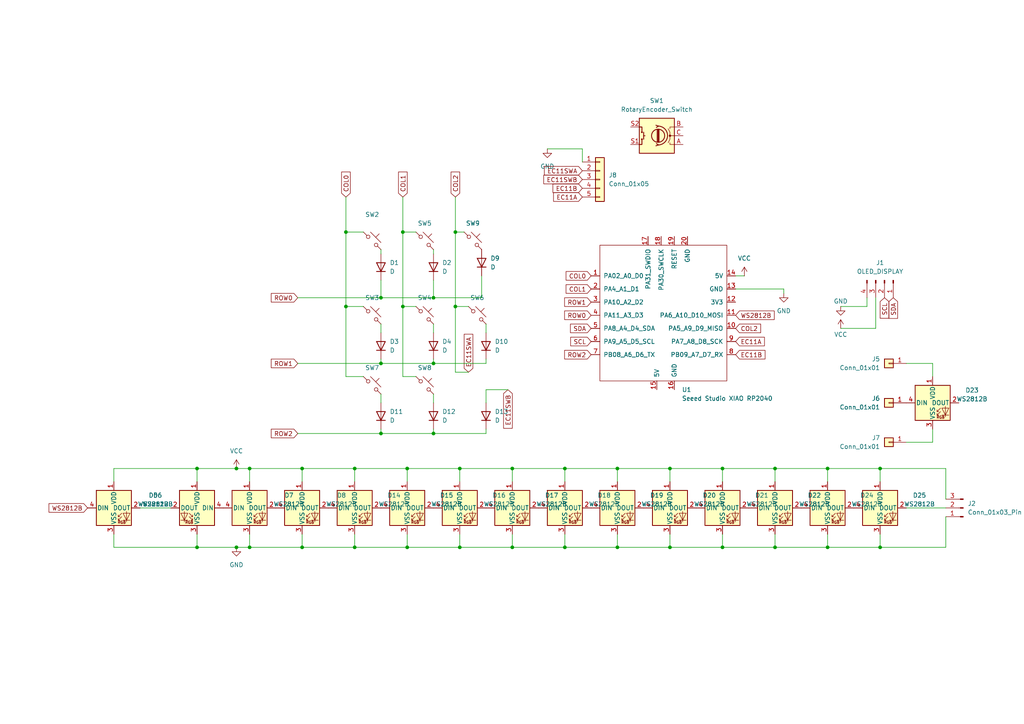
<source format=kicad_sch>
(kicad_sch (version 20231120) (generator "eeschema") (generator_version "8.0")
  (paper "A4")
  (lib_symbols
    (symbol "Connector:Conn_01x03_Pin" (pin_names (offset 1.016) hide)
      (property "Reference" "J" (at 0 5.08 0))
      (property "Value" "Conn_01x03_Pin" (at 0 -5.08 0))
      (symbol "Conn_01x03_Pin_1_1"
        (polyline (pts (xy 1.27 -2.54) (xy 0.8636 -2.54)) (stroke (width 0.1524)))
        (polyline (pts (xy 1.27 0) (xy 0.8636 0)) (stroke (width 0.1524)))
        (polyline (pts (xy 1.27 2.54) (xy 0.8636 2.54)) (stroke (width 0.1524)))
        (rectangle (start 0.8636 -2.413) (end 0 -2.667) (stroke (width 0.1524)) (fill (type outline)))
        (rectangle (start 0.8636 0.127) (end 0 -0.127) (stroke (width 0.1524)) (fill (type outline)))
        (rectangle (start 0.8636 2.667) (end 0 2.413) (stroke (width 0.1524)) (fill (type outline)))
        (pin passive line (at 5.08 2.54 180) (length 3.81) (name "Pin_1") (number "1"))
        (pin passive line (at 5.08 0 180) (length 3.81) (name "Pin_2") (number "2"))
        (pin passive line (at 5.08 -2.54 180) (length 3.81) (name "Pin_3") (number "3"))
      )
    )
    (symbol "Connector:Conn_01x04_Pin" (pin_names (offset 1.016) hide)
      (property "Reference" "J" (at 0 5.08 0))
      (property "Value" "Conn_01x04_Pin" (at 0 -7.62 0))
      (symbol "Conn_01x04_Pin_1_1"
        (polyline (pts (xy 1.27 -5.08) (xy 0.8636 -5.08)) (stroke (width 0.1524)))
        (polyline (pts (xy 1.27 -2.54) (xy 0.8636 -2.54)) (stroke (width 0.1524)))
        (polyline (pts (xy 1.27 0) (xy 0.8636 0)) (stroke (width 0.1524)))
        (polyline (pts (xy 1.27 2.54) (xy 0.8636 2.54)) (stroke (width 0.1524)))
        (rectangle (start 0.8636 -4.953) (end 0 -5.207) (stroke (width 0.1524)) (fill (type outline)))
        (rectangle (start 0.8636 -2.413) (end 0 -2.667) (stroke (width 0.1524)) (fill (type outline)))
        (rectangle (start 0.8636 0.127) (end 0 -0.127) (stroke (width 0.1524)) (fill (type outline)))
        (rectangle (start 0.8636 2.667) (end 0 2.413) (stroke (width 0.1524)) (fill (type outline)))
        (pin passive line (at 5.08 2.54 180) (length 3.81) (name "Pin_1") (number "1"))
        (pin passive line (at 5.08 0 180) (length 3.81) (name "Pin_2") (number "2"))
        (pin passive line (at 5.08 -2.54 180) (length 3.81) (name "Pin_3") (number "3"))
        (pin passive line (at 5.08 -5.08 180) (length 3.81) (name "Pin_4") (number "4"))
      )
    )
    (symbol "Connector_Generic:Conn_01x01" (pin_names (offset 1.016) hide)
      (property "Reference" "J" (at 0 2.54 0))
      (property "Value" "Conn_01x01" (at 0 -2.54 0))
      (symbol "Conn_01x01_1_1"
        (rectangle (start -1.27 0.127) (end 0 -0.127) (stroke (width 0.1524)))
        (rectangle (start -1.27 1.27) (end 1.27 -1.27) (stroke (width 0.254)) (fill (type background)))
        (pin passive line (at -5.08 0 0) (length 3.81) (name "Pin_1") (number "1"))
      )
    )
    (symbol "Connector_Generic:Conn_01x05" (pin_names (offset 1.016) hide)
      (property "Reference" "J" (at 0 7.62 0))
      (property "Value" "Conn_01x05" (at 0 -7.62 0))
      (symbol "Conn_01x05_1_1"
        (rectangle (start -1.27 -4.953) (end 0 -5.207) (stroke (width 0.1524)))
        (rectangle (start -1.27 -2.413) (end 0 -2.667) (stroke (width 0.1524)))
        (rectangle (start -1.27 0.127) (end 0 -0.127) (stroke (width 0.1524)))
        (rectangle (start -1.27 2.667) (end 0 2.413) (stroke (width 0.1524)))
        (rectangle (start -1.27 5.207) (end 0 4.953) (stroke (width 0.1524)))
        (rectangle (start -1.27 6.35) (end 1.27 -6.35) (stroke (width 0.254)) (fill (type background)))
        (pin passive line (at -5.08 5.08 0) (length 3.81) (name "Pin_1") (number "1"))
        (pin passive line (at -5.08 2.54 0) (length 3.81) (name "Pin_2") (number "2"))
        (pin passive line (at -5.08 0 0) (length 3.81) (name "Pin_3") (number "3"))
        (pin passive line (at -5.08 -2.54 0) (length 3.81) (name "Pin_4") (number "4"))
        (pin passive line (at -5.08 -5.08 0) (length 3.81) (name "Pin_5") (number "5"))
      )
    )
    (symbol "Device:D" (pin_numbers hide) (pin_names (offset 1.016) hide)
      (property "Reference" "D" (at 0 2.54 0))
      (property "Value" "D" (at 0 -2.54 0))
      (symbol "D_0_1"
        (polyline (pts (xy -1.27 1.27) (xy -1.27 -1.27)) (stroke (width 0.254)))
        (polyline (pts (xy 1.27 0) (xy -1.27 0)))
        (polyline (pts (xy 1.27 1.27) (xy 1.27 -1.27) (xy -1.27 0) (xy 1.27 1.27)) (stroke (width 0.254)))
      )
      (symbol "D_1_1"
        (pin passive line (at -3.81 0 0) (length 2.54) (name "K") (number "1"))
        (pin passive line (at 3.81 0 180) (length 2.54) (name "A") (number "2"))
      )
    )
    (symbol "Device:RotaryEncoder_Switch" (pin_names (offset 0.254) hide)
      (property "Reference" "SW" (at 0 6.604 0))
      (property "Value" "RotaryEncoder_Switch" (at 0 -6.604 0))
      (symbol "RotaryEncoder_Switch_0_1"
        (rectangle (start -5.08 5.08) (end 5.08 -5.08) (stroke (width 0.254)) (fill (type background)))
        (circle (center -3.81 0) (radius 0.254) (fill (type outline)))
        (circle (center -0.381 0) (radius 1.905) (stroke (width 0.254)))
        (arc (start -0.381 2.667) (mid -3.0988 -0.0635) (end -0.381 -2.794) (stroke (width 0.254)))
        (polyline (pts (xy -0.635 -1.778) (xy -0.635 1.778)) (stroke (width 0.254)))
        (polyline (pts (xy -0.381 -1.778) (xy -0.381 1.778)) (stroke (width 0.254)))
        (polyline (pts (xy -0.127 1.778) (xy -0.127 -1.778)) (stroke (width 0.254)))
        (polyline (pts (xy 3.81 0) (xy 3.429 0)) (stroke (width 0.254)))
        (polyline (pts (xy 3.81 1.016) (xy 3.81 -1.016)) (stroke (width 0.254)))
        (polyline (pts (xy -5.08 -2.54) (xy -3.81 -2.54) (xy -3.81 -2.032)))
        (polyline (pts (xy -5.08 2.54) (xy -3.81 2.54) (xy -3.81 2.032)))
        (polyline (pts (xy 0.254 -3.048) (xy -0.508 -2.794) (xy 0.127 -2.413)) (stroke (width 0.254)))
        (polyline (pts (xy 0.254 2.921) (xy -0.508 2.667) (xy 0.127 2.286)) (stroke (width 0.254)))
        (polyline (pts (xy 5.08 -2.54) (xy 4.318 -2.54) (xy 4.318 -1.016)) (stroke (width 0.254)))
        (polyline (pts (xy 5.08 2.54) (xy 4.318 2.54) (xy 4.318 1.016)) (stroke (width 0.254)))
        (polyline (pts (xy -5.08 0) (xy -3.81 0) (xy -3.81 -1.016) (xy -3.302 -2.032)))
        (polyline (pts (xy -4.318 0) (xy -3.81 0) (xy -3.81 1.016) (xy -3.302 2.032)))
        (circle (center 4.318 -1.016) (radius 0.127) (stroke (width 0.254)))
        (circle (center 4.318 1.016) (radius 0.127) (stroke (width 0.254)))
      )
      (symbol "RotaryEncoder_Switch_1_1"
        (pin passive line (at -7.62 2.54 0) (length 2.54) (name "A") (number "A"))
        (pin passive line (at -7.62 -2.54 0) (length 2.54) (name "B") (number "B"))
        (pin passive line (at -7.62 0 0) (length 2.54) (name "C") (number "C"))
        (pin passive line (at 7.62 2.54 180) (length 2.54) (name "S1") (number "S1"))
        (pin passive line (at 7.62 -2.54 180) (length 2.54) (name "S2") (number "S2"))
      )
    )
    (symbol "LED:WS2812B" (pin_names (offset 0.254))
      (property "Reference" "D" (at 5.08 5.715 0))
      (property "Value" "WS2812B" (at 1.27 -5.715 0))
      (symbol "WS2812B_0_0"
        (text "RGB" (at 2.286 -4.191 0) (effects (font (size 0.762 0.762))))
      )
      (symbol "WS2812B_0_1"
        (polyline (pts (xy 1.27 -3.556) (xy 1.778 -3.556)))
        (polyline (pts (xy 1.27 -2.54) (xy 1.778 -2.54)))
        (polyline (pts (xy 4.699 -3.556) (xy 2.667 -3.556)))
        (polyline (pts (xy 2.286 -2.54) (xy 1.27 -3.556) (xy 1.27 -3.048)))
        (polyline (pts (xy 2.286 -1.524) (xy 1.27 -2.54) (xy 1.27 -2.032)))
        (polyline (pts (xy 3.683 -1.016) (xy 3.683 -3.556) (xy 3.683 -4.064)))
        (polyline (pts (xy 4.699 -1.524) (xy 2.667 -1.524) (xy 3.683 -3.556) (xy 4.699 -1.524)))
        (rectangle (start 5.08 5.08) (end -5.08 -5.08) (stroke (width 0.254)) (fill (type background)))
      )
      (symbol "WS2812B_1_1"
        (pin power_in line (at 0 7.62 270) (length 2.54) (name "VDD") (number "1"))
        (pin output line (at 7.62 0 180) (length 2.54) (name "DOUT") (number "2"))
        (pin power_in line (at 0 -7.62 90) (length 2.54) (name "VSS") (number "3"))
        (pin input line (at -7.62 0 0) (length 2.54) (name "DIN") (number "4"))
      )
    )
    (symbol "Seeed_Studio_XIAO_Series:Seeed Studio XIAO SAMD21" (pin_names (offset 1.016))
      (property "Reference" "U" (at -19.05 22.86 0))
      (property "Value" "Seeed Studio XIAO SAMD21" (at -12.7 21.59 0))
      (symbol "Seeed Studio XIAO SAMD21_0_1"
        (rectangle (start -19.05 20.32) (end 17.78 -19.05))
      )
      (symbol "Seeed Studio XIAO SAMD21_1_1"
        (pin unspecified line (at -21.59 11.43 0) (length 2.54) (name "PA02_A0_D0") (number "1"))
        (pin unspecified line (at 20.32 -3.81 180) (length 2.54) (name "PA5_A9_D9_MISO") (number "10"))
        (pin unspecified line (at 20.32 0 180) (length 2.54) (name "PA6_A10_D10_MOSI") (number "11"))
        (pin unspecified line (at 20.32 3.81 180) (length 2.54) (name "3V3") (number "12"))
        (pin unspecified line (at 20.32 7.62 180) (length 2.54) (name "GND") (number "13"))
        (pin unspecified line (at 20.32 11.43 180) (length 2.54) (name "5V") (number "14"))
        (pin input line (at -2.54 -21.59 90) (length 2.54) (name "5V") (number "15"))
        (pin input line (at 2.54 -21.59 90) (length 2.54) (name "GND") (number "16"))
        (pin input line (at -5.08 22.86 270) (length 2.54) (name "PA31_SWDIO") (number "17"))
        (pin input line (at -1.27 22.86 270) (length 2.54) (name "PA30_SWCLK") (number "18"))
        (pin input line (at 2.54 22.86 270) (length 2.54) (name "RESET") (number "19"))
        (pin unspecified line (at -21.59 7.62 0) (length 2.54) (name "PA4_A1_D1") (number "2"))
        (pin input line (at 6.35 22.86 270) (length 2.54) (name "GND") (number "20"))
        (pin unspecified line (at -21.59 3.81 0) (length 2.54) (name "PA10_A2_D2") (number "3"))
        (pin unspecified line (at -21.59 0 0) (length 2.54) (name "PA11_A3_D3") (number "4"))
        (pin unspecified line (at -21.59 -3.81 0) (length 2.54) (name "PA8_A4_D4_SDA") (number "5"))
        (pin unspecified line (at -21.59 -7.62 0) (length 2.54) (name "PA9_A5_D5_SCL") (number "6"))
        (pin unspecified line (at -21.59 -11.43 0) (length 2.54) (name "PB08_A6_D6_TX") (number "7"))
        (pin unspecified line (at 20.32 -11.43 180) (length 2.54) (name "PB09_A7_D7_RX") (number "8"))
        (pin unspecified line (at 20.32 -7.62 180) (length 2.54) (name "PA7_A8_D8_SCK") (number "9"))
      )
    )
    (symbol "Switch:SW_Push_45deg" (pin_numbers hide) (pin_names (offset 1.016) hide)
      (property "Reference" "SW" (at 3.048 1.016 0))
      (property "Value" "SW_Push_45deg" (at 0 -3.81 0))
      (symbol "SW_Push_45deg_0_1"
        (circle (center -1.1684 1.1684) (radius 0.508))
        (polyline (pts (xy -0.508 2.54) (xy 2.54 -0.508)))
        (polyline (pts (xy 1.016 1.016) (xy 2.032 2.032)))
        (polyline (pts (xy -2.54 2.54) (xy -1.524 1.524) (xy -1.524 1.524)))
        (polyline (pts (xy 1.524 -1.524) (xy 2.54 -2.54) (xy 2.54 -2.54) (xy 2.54 -2.54)))
        (circle (center 1.143 -1.1938) (radius 0.508))
        (pin passive line (at -2.54 2.54 0) (length 0) (name "1") (number "1"))
        (pin passive line (at 2.54 -2.54 180) (length 0) (name "2") (number "2"))
      )
    )
    (symbol "power:GND" (power) (pin_numbers hide) (pin_names (offset 0) hide)
      (property "Value" "GND" (at 0 -3.81 0))
      (symbol "GND_0_1"
        (polyline (pts (xy 0 0) (xy 0 -1.27) (xy 1.27 -1.27) (xy 0 -2.54) (xy -1.27 -1.27) (xy 0 -1.27)))
      )
      (symbol "GND_1_1"
        (pin power_in line (at 0 0 270) (length 0) (name "~") (number "1"))
      )
    )
    (symbol "power:VCC" (power) (pin_numbers hide) (pin_names (offset 0) hide)
      (property "Value" "VCC" (at 0 3.556 0))
      (symbol "VCC_0_1"
        (polyline (pts (xy -0.762 1.27) (xy 0 2.54)))
        (polyline (pts (xy 0 0) (xy 0 2.54)))
        (polyline (pts (xy 0 2.54) (xy 0.762 1.27)))
      )
      (symbol "VCC_1_1"
        (pin power_in line (at 0 0 90) (length 0) (name "~") (number "1"))
      )
    )
  )
  (junction (at 209.55 135.89))
  (junction (at 179.07 135.89))
  (junction (at 224.79 135.89))
  (junction (at 102.87 158.75))
  (junction (at 110.49 86.36))
  (junction (at 224.79 158.75))
  (junction (at 255.27 135.89))
  (junction (at 148.59 135.89))
  (junction (at 240.03 158.75))
  (junction (at 110.49 105.41))
  (junction (at 132.08 67.31))
  (junction (at 194.31 158.75))
  (junction (at 179.07 158.75))
  (junction (at 100.33 88.9))
  (junction (at 163.83 158.75))
  (junction (at 125.73 86.36))
  (junction (at 102.87 135.89))
  (junction (at 110.49 125.73))
  (junction (at 133.35 135.89))
  (junction (at 57.15 135.89))
  (junction (at 72.39 158.75))
  (junction (at 133.35 158.75))
  (junction (at 116.84 88.9))
  (junction (at 116.84 67.31))
  (junction (at 68.58 135.89))
  (junction (at 100.33 67.31))
  (junction (at 72.39 135.89))
  (junction (at 87.63 158.75))
  (junction (at 118.11 135.89))
  (junction (at 194.31 135.89))
  (junction (at 68.58 158.75))
  (junction (at 209.55 158.75))
  (junction (at 255.27 158.75))
  (junction (at 125.73 105.41))
  (junction (at 87.63 135.89))
  (junction (at 125.73 125.73))
  (junction (at 240.03 135.89))
  (junction (at 132.08 88.9))
  (junction (at 163.83 135.89))
  (junction (at 118.11 158.75))
  (junction (at 57.15 158.75))
  (junction (at 148.59 158.75))
  (wire (pts (xy 274.32 149.86) (xy 274.32 158.75)))
  (wire (pts (xy 243.84 95.25) (xy 254 95.25)))
  (wire (pts (xy 68.58 158.75) (xy 72.39 158.75)))
  (wire (pts (xy 57.15 154.94) (xy 57.15 158.75)))
  (wire (pts (xy 125.73 93.98) (xy 125.73 96.52)))
  (wire (pts (xy 163.83 135.89) (xy 163.83 139.7)))
  (wire (pts (xy 262.89 147.32) (xy 274.32 147.32)))
  (wire (pts (xy 251.46 88.9) (xy 251.46 86.36)))
  (wire (pts (xy 110.49 86.36) (xy 125.73 86.36)))
  (wire (pts (xy 194.31 135.89) (xy 209.55 135.89)))
  (wire (pts (xy 270.51 105.41) (xy 270.51 109.22)))
  (wire (pts (xy 194.31 158.75) (xy 209.55 158.75)))
  (wire (pts (xy 163.83 154.94) (xy 163.83 158.75)))
  (wire (pts (xy 100.33 67.31) (xy 100.33 88.9)))
  (wire (pts (xy 110.49 105.41) (xy 125.73 105.41)))
  (wire (pts (xy 102.87 158.75) (xy 118.11 158.75)))
  (wire (pts (xy 270.51 128.27) (xy 270.51 124.46)))
  (wire (pts (xy 110.49 104.14) (xy 110.49 105.41)))
  (wire (pts (xy 57.15 158.75) (xy 68.58 158.75)))
  (wire (pts (xy 118.11 154.94) (xy 118.11 158.75)))
  (wire (pts (xy 209.55 135.89) (xy 224.79 135.89)))
  (wire (pts (xy 33.02 135.89) (xy 33.02 139.7)))
  (wire (pts (xy 133.35 154.94) (xy 133.35 158.75)))
  (wire (pts (xy 240.03 135.89) (xy 255.27 135.89)))
  (wire (pts (xy 243.84 88.9) (xy 251.46 88.9)))
  (wire (pts (xy 254 95.25) (xy 254 86.36)))
  (wire (pts (xy 163.83 135.89) (xy 179.07 135.89)))
  (wire (pts (xy 240.03 158.75) (xy 255.27 158.75)))
  (wire (pts (xy 87.63 158.75) (xy 102.87 158.75)))
  (wire (pts (xy 100.33 109.22) (xy 105.41 109.22)))
  (wire (pts (xy 158.75 43.18) (xy 168.91 43.18)))
  (wire (pts (xy 110.49 81.28) (xy 110.49 86.36)))
  (wire (pts (xy 118.11 158.75) (xy 133.35 158.75)))
  (wire (pts (xy 224.79 154.94) (xy 224.79 158.75)))
  (wire (pts (xy 118.11 135.89) (xy 133.35 135.89)))
  (wire (pts (xy 72.39 154.94) (xy 72.39 158.75)))
  (wire (pts (xy 139.7 86.36) (xy 125.73 86.36)))
  (wire (pts (xy 139.7 80.01) (xy 139.7 86.36)))
  (wire (pts (xy 163.83 158.75) (xy 179.07 158.75)))
  (wire (pts (xy 87.63 154.94) (xy 87.63 158.75)))
  (wire (pts (xy 87.63 135.89) (xy 87.63 139.7)))
  (wire (pts (xy 132.08 57.15) (xy 132.08 67.31)))
  (wire (pts (xy 125.73 125.73) (xy 140.97 125.73)))
  (wire (pts (xy 110.49 73.66) (xy 110.49 72.39)))
  (wire (pts (xy 33.02 158.75) (xy 33.02 154.94)))
  (wire (pts (xy 209.55 154.94) (xy 209.55 158.75)))
  (wire (pts (xy 224.79 158.75) (xy 240.03 158.75)))
  (wire (pts (xy 116.84 109.22) (xy 120.65 109.22)))
  (wire (pts (xy 132.08 88.9) (xy 135.89 88.9)))
  (wire (pts (xy 140.97 113.03) (xy 140.97 116.84)))
  (wire (pts (xy 132.08 67.31) (xy 134.62 67.31)))
  (wire (pts (xy 262.89 105.41) (xy 270.51 105.41)))
  (wire (pts (xy 179.07 158.75) (xy 194.31 158.75)))
  (wire (pts (xy 209.55 135.89) (xy 209.55 139.7)))
  (wire (pts (xy 116.84 67.31) (xy 120.65 67.31)))
  (wire (pts (xy 125.73 125.73) (xy 125.73 124.46)))
  (wire (pts (xy 100.33 88.9) (xy 100.33 109.22)))
  (wire (pts (xy 116.84 67.31) (xy 116.84 57.15)))
  (wire (pts (xy 116.84 88.9) (xy 120.65 88.9)))
  (wire (pts (xy 255.27 154.94) (xy 255.27 158.75)))
  (wire (pts (xy 116.84 67.31) (xy 116.84 88.9)))
  (wire (pts (xy 110.49 125.73) (xy 125.73 125.73)))
  (wire (pts (xy 133.35 135.89) (xy 133.35 139.7)))
  (wire (pts (xy 132.08 67.31) (xy 132.08 88.9)))
  (wire (pts (xy 68.58 135.89) (xy 72.39 135.89)))
  (wire (pts (xy 240.03 135.89) (xy 240.03 139.7)))
  (wire (pts (xy 132.08 107.95) (xy 135.89 107.95)))
  (wire (pts (xy 102.87 135.89) (xy 102.87 139.7)))
  (wire (pts (xy 240.03 154.94) (xy 240.03 158.75)))
  (wire (pts (xy 194.31 154.94) (xy 194.31 158.75)))
  (wire (pts (xy 262.89 128.27) (xy 270.51 128.27)))
  (wire (pts (xy 125.73 114.3) (xy 125.73 116.84)))
  (wire (pts (xy 57.15 135.89) (xy 68.58 135.89)))
  (wire (pts (xy 140.97 93.98) (xy 140.97 96.52)))
  (wire (pts (xy 168.91 43.18) (xy 168.91 46.99)))
  (wire (pts (xy 213.36 80.01) (xy 215.9 80.01)))
  (wire (pts (xy 148.59 158.75) (xy 163.83 158.75)))
  (wire (pts (xy 86.36 105.41) (xy 110.49 105.41)))
  (wire (pts (xy 140.97 125.73) (xy 140.97 124.46)))
  (wire (pts (xy 148.59 135.89) (xy 148.59 139.7)))
  (wire (pts (xy 87.63 135.89) (xy 102.87 135.89)))
  (wire (pts (xy 125.73 105.41) (xy 125.73 104.14)))
  (wire (pts (xy 72.39 158.75) (xy 87.63 158.75)))
  (wire (pts (xy 132.08 88.9) (xy 132.08 107.95)))
  (wire (pts (xy 179.07 135.89) (xy 179.07 139.7)))
  (wire (pts (xy 100.33 57.15) (xy 100.33 67.31)))
  (wire (pts (xy 86.36 86.36) (xy 110.49 86.36)))
  (wire (pts (xy 133.35 158.75) (xy 148.59 158.75)))
  (wire (pts (xy 133.35 135.89) (xy 148.59 135.89)))
  (wire (pts (xy 33.02 135.89) (xy 57.15 135.89)))
  (wire (pts (xy 140.97 105.41) (xy 140.97 104.14)))
  (wire (pts (xy 125.73 81.28) (xy 125.73 86.36)))
  (wire (pts (xy 224.79 135.89) (xy 224.79 139.7)))
  (wire (pts (xy 110.49 116.84) (xy 110.49 114.3)))
  (wire (pts (xy 100.33 88.9) (xy 105.41 88.9)))
  (wire (pts (xy 110.49 124.46) (xy 110.49 125.73)))
  (wire (pts (xy 102.87 135.89) (xy 118.11 135.89)))
  (wire (pts (xy 86.36 125.73) (xy 110.49 125.73)))
  (wire (pts (xy 179.07 154.94) (xy 179.07 158.75)))
  (wire (pts (xy 118.11 135.89) (xy 118.11 139.7)))
  (wire (pts (xy 227.33 85.09) (xy 227.33 83.82)))
  (wire (pts (xy 209.55 158.75) (xy 224.79 158.75)))
  (wire (pts (xy 72.39 135.89) (xy 72.39 139.7)))
  (wire (pts (xy 255.27 158.75) (xy 274.32 158.75)))
  (wire (pts (xy 224.79 135.89) (xy 240.03 135.89)))
  (wire (pts (xy 72.39 135.89) (xy 87.63 135.89)))
  (wire (pts (xy 57.15 135.89) (xy 57.15 139.7)))
  (wire (pts (xy 33.02 158.75) (xy 57.15 158.75)))
  (wire (pts (xy 194.31 135.89) (xy 194.31 139.7)))
  (wire (pts (xy 255.27 135.89) (xy 255.27 139.7)))
  (wire (pts (xy 102.87 154.94) (xy 102.87 158.75)))
  (wire (pts (xy 110.49 96.52) (xy 110.49 93.98)))
  (wire (pts (xy 179.07 135.89) (xy 194.31 135.89)))
  (wire (pts (xy 274.32 135.89) (xy 274.32 144.78)))
  (wire (pts (xy 40.64 147.32) (xy 49.53 147.32)))
  (wire (pts (xy 148.59 135.89) (xy 163.83 135.89)))
  (wire (pts (xy 148.59 154.94) (xy 148.59 158.75)))
  (wire (pts (xy 140.97 113.03) (xy 147.32 113.03)))
  (wire (pts (xy 100.33 67.31) (xy 105.41 67.31)))
  (wire (pts (xy 255.27 135.89) (xy 274.32 135.89)))
  (wire (pts (xy 125.73 105.41) (xy 140.97 105.41)))
  (wire (pts (xy 227.33 83.82) (xy 213.36 83.82)))
  (wire (pts (xy 125.73 72.39) (xy 125.73 73.66)))
  (wire (pts (xy 116.84 88.9) (xy 116.84 109.22)))
  (global_label "SDA" (shape input) (at 171.45 95.25 180) (property "Intersheetrefs" "${INTERSHEET_REFS}" (effects (hide yes))))
  (global_label "ROW2" (shape input) (at 171.45 102.87 180) (property "Intersheetrefs" "${INTERSHEET_REFS}" (effects (hide yes))))
  (global_label "EC11SWB" (shape input) (at 147.32 113.03 270) (property "Intersheetrefs" "${INTERSHEET_REFS}" (effects (hide yes))))
  (global_label "EC11A" (shape input) (at 213.36 99.06 0) (property "Intersheetrefs" "${INTERSHEET_REFS}" (effects (hide yes))))
  (global_label "SCL" (shape input) (at 171.45 99.06 180) (property "Intersheetrefs" "${INTERSHEET_REFS}" (effects (hide yes))))
  (global_label "ROW0" (shape input) (at 171.45 91.44 180) (property "Intersheetrefs" "${INTERSHEET_REFS}" (effects (hide yes))))
  (global_label "EC11SWA" (shape input) (at 168.91 49.53 180) (property "Intersheetrefs" "${INTERSHEET_REFS}" (effects (hide yes))))
  (global_label "WS2812B" (shape input) (at 213.36 91.44 0) (property "Intersheetrefs" "${INTERSHEET_REFS}" (effects (hide yes))))
  (global_label "ROW1" (shape input) (at 171.45 87.63 180) (property "Intersheetrefs" "${INTERSHEET_REFS}" (effects (hide yes))))
  (global_label "ROW2" (shape input) (at 86.36 125.73 180) (property "Intersheetrefs" "${INTERSHEET_REFS}" (effects (hide yes))))
  (global_label "ROW1" (shape input) (at 86.36 105.41 180) (property "Intersheetrefs" "${INTERSHEET_REFS}" (effects (hide yes))))
  (global_label "ROW0" (shape input) (at 86.36 86.36 180) (property "Intersheetrefs" "${INTERSHEET_REFS}" (effects (hide yes))))
  (global_label "SCL" (shape input) (at 256.54 86.36 270) (property "Intersheetrefs" "${INTERSHEET_REFS}" (effects (hide yes))))
  (global_label "WS2812B" (shape input) (at 25.4 147.32 180) (property "Intersheetrefs" "${INTERSHEET_REFS}" (effects (hide yes))))
  (global_label "EC11A" (shape input) (at 168.91 57.15 180) (property "Intersheetrefs" "${INTERSHEET_REFS}" (effects (hide yes))))
  (global_label "COL1" (shape input) (at 171.45 83.82 180) (property "Intersheetrefs" "${INTERSHEET_REFS}" (effects (hide yes))))
  (global_label "COL1" (shape input) (at 116.84 57.15 90) (property "Intersheetrefs" "${INTERSHEET_REFS}" (effects (hide yes))))
  (global_label "EC11SWB" (shape input) (at 168.91 52.07 180) (property "Intersheetrefs" "${INTERSHEET_REFS}" (effects (hide yes))))
  (global_label "COL2" (shape input) (at 132.08 57.15 90) (property "Intersheetrefs" "${INTERSHEET_REFS}" (effects (hide yes))))
  (global_label "COL0" (shape input) (at 171.45 80.01 180) (property "Intersheetrefs" "${INTERSHEET_REFS}" (effects (hide yes))))
  (global_label "SDA" (shape input) (at 259.08 86.36 270) (property "Intersheetrefs" "${INTERSHEET_REFS}" (effects (hide yes))))
  (global_label "EC11SWA" (shape input) (at 135.89 107.95 90) (property "Intersheetrefs" "${INTERSHEET_REFS}" (effects (hide yes))))
  (global_label "EC11B" (shape input) (at 213.36 102.87 0) (property "Intersheetrefs" "${INTERSHEET_REFS}" (effects (hide yes))))
  (global_label "COL0" (shape input) (at 100.33 57.15 90) (property "Intersheetrefs" "${INTERSHEET_REFS}" (effects (hide yes))))
  (global_label "COL2" (shape input) (at 213.36 95.25 0) (property "Intersheetrefs" "${INTERSHEET_REFS}" (effects (hide yes))))
  (global_label "EC11B" (shape input) (at 168.91 54.61 180) (property "Intersheetrefs" "${INTERSHEET_REFS}" (effects (hide yes))))
  (symbol (lib_id "Device:D") (at 125.73 77.47 90) (unit 1)
    (property "Reference" "D2" (at 128.27 76.1999 90) (effects (justify right)))
    (property "Value" "D" (at 128.27 78.7399 90) (effects (justify right)))
    (property "Footprint" "Diode_THT:D_DO-35_SOD27_P7.62mm_Horizontal" (effects (hide yes)))
    (property "Description" "Diode" (effects (hide yes)))
    (property "Sim.Device" "D" (effects (hide yes)))
    (property "Sim.Pins" "1=K 2=A" (effects (hide yes)))
  )
  (symbol (lib_id "LED:WS2812B") (at 240.03 147.32 0) (unit 1)
    (property "Reference" "D24" (at 251.46 143.672 0))
    (property "Value" "WS2812B" (at 251.46 146.212 0))
    (property "Footprint" "assets:LED_SK6812MINI_3D" (effects (hide yes)))
    (property "Datasheet" "https://cdn-shop.adafruit.com/datasheets/WS2812B.pdf" (effects (hide yes)))
    (property "Description" "RGB LED with integrated controller" (effects (hide yes)))
  )
  (symbol (lib_id "Connector_Generic:Conn_01x01") (at 257.81 116.84 0) (mirror y) (unit 1)
    (property "Reference" "J6" (at 255.27 115.5699 0) (effects (justify left)))
    (property "Value" "Conn_01x01" (at 255.27 118.1099 0) (effects (justify left)))
    (property "Footprint" "TestPoint:TestPoint_Pad_2.5x2.5mm" (effects (hide yes)))
    (property "Description" "Generic connector, single row, 01x01, script generated (kicad-library-utils/schlib/autogen/connector/)" (effects (hide yes)))
  )
  (symbol (lib_id "Seeed_Studio_XIAO_Series:Seeed Studio XIAO SAMD21") (at 193.04 91.44 0) (unit 1)
    (property "Reference" "U1" (at 197.7741 113.03 0) (effects (justify left)))
    (property "Value" "Seeed Studio XIAO RP2040" (at 197.7741 115.57 0) (effects (justify left)))
    (property "Footprint" "Seeed Studio XIAO Series Library:XIAO-Generic-Hybrid-14P-2.54-21X17.8MM" (effects (hide yes)))
  )
  (symbol (lib_id "power:GND") (at 243.84 88.9 0) (unit 1)
    (property "Reference" "#PWR04" (effects (hide yes)))
    (property "Value" "GND" (at 243.84 87.376 0))
    (property "Description" "Power symbol creates a global label with name \"GND\" , ground" (effects (hide yes)))
  )
  (symbol (lib_id "LED:WS2812B") (at 57.15 147.32 0) (mirror y) (unit 1)
    (property "Reference" "D6" (at 45.72 143.672 0))
    (property "Value" "WS2812B" (at 45.72 146.212 0))
    (property "Footprint" "assets:LED_SK6812MINI_3D" (effects (hide yes)))
    (property "Datasheet" "https://cdn-shop.adafruit.com/datasheets/WS2812B.pdf" (effects (hide yes)))
    (property "Description" "RGB LED with integrated controller" (effects (hide yes)))
  )
  (symbol (lib_id "Connector:Conn_01x03_Pin") (at 279.4 147.32 180) (unit 1)
    (property "Reference" "J2" (at 280.67 146.0499 0) (effects (justify right)))
    (property "Value" "Conn_01x03_Pin" (at 280.67 148.5899 0) (effects (justify right)))
    (property "Footprint" "Connector_PinHeader_2.54mm:PinHeader_1x03_P2.54mm_Vertical" (effects (hide yes)))
    (property "Description" "Generic connector, single row, 01x03, script generated" (effects (hide yes)))
  )
  (symbol (lib_id "power:GND") (at 158.75 43.18 0) (mirror y) (unit 1)
    (property "Reference" "#PWR03" (effects (hide yes)))
    (property "Value" "GND" (at 158.75 48.26 0))
    (property "Description" "Power symbol creates a global label with name \"GND\" , ground" (effects (hide yes)))
  )
  (symbol (lib_id "LED:WS2812B") (at 194.31 147.32 0) (unit 1)
    (property "Reference" "D20" (at 205.74 143.672 0))
    (property "Value" "WS2812B" (at 205.74 146.212 0))
    (property "Footprint" "assets:LED_SK6812MINI_3D" (effects (hide yes)))
    (property "Datasheet" "https://cdn-shop.adafruit.com/datasheets/WS2812B.pdf" (effects (hide yes)))
    (property "Description" "RGB LED with integrated controller" (effects (hide yes)))
  )
  (symbol (lib_id "Device:D") (at 125.73 100.33 90) (unit 1)
    (property "Reference" "D4" (at 128.27 99.0599 90) (effects (justify right)))
    (property "Value" "D" (at 128.27 101.5999 90) (effects (justify right)))
    (property "Footprint" "Diode_THT:D_DO-35_SOD27_P7.62mm_Horizontal" (effects (hide yes)))
    (property "Description" "Diode" (effects (hide yes)))
    (property "Sim.Device" "D" (effects (hide yes)))
    (property "Sim.Pins" "1=K 2=A" (effects (hide yes)))
  )
  (symbol (lib_id "Switch:SW_Push_45deg") (at 107.95 111.76 0) (unit 1)
    (property "Reference" "SW7" (at 107.95 106.68 0))
    (property "Value" "SW_Push_45deg" (effects (hide yes)))
    (property "Footprint" "assets:MX-Solderable-1U-3D" (effects (hide yes)))
    (property "Description" "Push button switch, normally open, two pins, 45° tilted" (effects (hide yes)))
  )
  (symbol (lib_id "LED:WS2812B") (at 224.79 147.32 0) (unit 1)
    (property "Reference" "D22" (at 236.22 143.672 0))
    (property "Value" "WS2812B" (at 236.22 146.212 0))
    (property "Footprint" "assets:LED_SK6812MINI_3D" (effects (hide yes)))
    (property "Datasheet" "https://cdn-shop.adafruit.com/datasheets/WS2812B.pdf" (effects (hide yes)))
    (property "Description" "RGB LED with integrated controller" (effects (hide yes)))
  )
  (symbol (lib_id "Switch:SW_Push_45deg") (at 123.19 91.44 0) (unit 1)
    (property "Reference" "SW4" (at 123.19 86.36 0))
    (property "Value" "SW_Push_45deg" (effects (hide yes)))
    (property "Footprint" "assets:MX-Solderable-1U-3D" (effects (hide yes)))
    (property "Description" "Push button switch, normally open, two pins, 45° tilted" (effects (hide yes)))
  )
  (symbol (lib_id "Connector_Generic:Conn_01x01") (at 257.81 105.41 0) (mirror y) (unit 1)
    (property "Reference" "J5" (at 255.27 104.1399 0) (effects (justify left)))
    (property "Value" "Conn_01x01" (at 255.27 106.6799 0) (effects (justify left)))
    (property "Footprint" "TestPoint:TestPoint_Pad_2.5x2.5mm" (effects (hide yes)))
    (property "Description" "Generic connector, single row, 01x01, script generated (kicad-library-utils/schlib/autogen/connector/)" (effects (hide yes)))
  )
  (symbol (lib_id "Switch:SW_Push_45deg") (at 123.19 111.76 0) (unit 1)
    (property "Reference" "SW8" (at 123.19 106.68 0))
    (property "Value" "SW_Push_45deg" (effects (hide yes)))
    (property "Footprint" "assets:MX-Solderable-1U-3D" (effects (hide yes)))
    (property "Description" "Push button switch, normally open, two pins, 45° tilted" (effects (hide yes)))
  )
  (symbol (lib_id "power:VCC") (at 215.9 80.01 0) (unit 1)
    (property "Reference" "#PWR02" (effects (hide yes)))
    (property "Value" "VCC" (at 215.9 74.93 0))
    (property "Description" "Power symbol creates a global label with name \"VCC\"" (effects (hide yes)))
  )
  (symbol (lib_id "Switch:SW_Push_45deg") (at 107.95 69.85 0) (unit 1)
    (property "Reference" "SW2" (at 107.95 62.23 0))
    (property "Value" "SW_Push_45deg" (effects (hide yes)))
    (property "Footprint" "assets:MX-Solderable-1U-3D" (effects (hide yes)))
    (property "Description" "Push button switch, normally open, two pins, 45° tilted" (effects (hide yes)))
  )
  (symbol (lib_id "LED:WS2812B") (at 209.55 147.32 0) (unit 1)
    (property "Reference" "D21" (at 220.98 143.672 0))
    (property "Value" "WS2812B" (at 220.98 146.212 0))
    (property "Footprint" "assets:LED_SK6812MINI_3D" (effects (hide yes)))
    (property "Datasheet" "https://cdn-shop.adafruit.com/datasheets/WS2812B.pdf" (effects (hide yes)))
    (property "Description" "RGB LED with integrated controller" (effects (hide yes)))
  )
  (symbol (lib_id "LED:WS2812B") (at 102.87 147.32 0) (unit 1)
    (property "Reference" "D14" (at 114.3 143.672 0))
    (property "Value" "WS2812B" (at 114.3 146.212 0))
    (property "Footprint" "assets:LED_SK6812MINI_3D" (effects (hide yes)))
    (property "Datasheet" "https://cdn-shop.adafruit.com/datasheets/WS2812B.pdf" (effects (hide yes)))
    (property "Description" "RGB LED with integrated controller" (effects (hide yes)))
  )
  (symbol (lib_id "Device:D") (at 110.49 120.65 90) (unit 1)
    (property "Reference" "D11" (at 113.03 119.3799 90) (effects (justify right)))
    (property "Value" "D" (at 113.03 121.9199 90) (effects (justify right)))
    (property "Footprint" "Diode_THT:D_DO-35_SOD27_P7.62mm_Horizontal" (effects (hide yes)))
    (property "Description" "Diode" (effects (hide yes)))
    (property "Sim.Device" "D" (effects (hide yes)))
    (property "Sim.Pins" "1=K 2=A" (effects (hide yes)))
  )
  (symbol (lib_id "LED:WS2812B") (at 255.27 147.32 0) (unit 1)
    (property "Reference" "D25" (at 266.7 143.672 0))
    (property "Value" "WS2812B" (at 266.7 146.212 0))
    (property "Footprint" "assets:LED_SK6812MINI_3D" (effects (hide yes)))
    (property "Datasheet" "https://cdn-shop.adafruit.com/datasheets/WS2812B.pdf" (effects (hide yes)))
    (property "Description" "RGB LED with integrated controller" (effects (hide yes)))
  )
  (symbol (lib_id "Switch:SW_Push_45deg") (at 137.16 69.85 0) (unit 1)
    (property "Reference" "SW9" (at 137.16 64.77 0))
    (property "Value" "SW_Push_45deg" (effects (hide yes)))
    (property "Footprint" "assets:ToggleSwitch_MTS-101_SPST_3D" (effects (hide yes)))
    (property "Description" "Push button switch, normally open, two pins, 45° tilted" (effects (hide yes)))
  )
  (symbol (lib_id "LED:WS2812B") (at 118.11 147.32 0) (unit 1)
    (property "Reference" "D15" (at 129.54 143.672 0))
    (property "Value" "WS2812B" (at 129.54 146.212 0))
    (property "Footprint" "assets:LED_SK6812MINI_3D" (effects (hide yes)))
    (property "Datasheet" "https://cdn-shop.adafruit.com/datasheets/WS2812B.pdf" (effects (hide yes)))
    (property "Description" "RGB LED with integrated controller" (effects (hide yes)))
  )
  (symbol (lib_id "Switch:SW_Push_45deg") (at 123.19 69.85 0) (unit 1)
    (property "Reference" "SW5" (at 123.19 64.77 0))
    (property "Value" "SW_Push_45deg" (effects (hide yes)))
    (property "Footprint" "assets:MX-Solderable-1U-3D" (effects (hide yes)))
    (property "Description" "Push button switch, normally open, two pins, 45° tilted" (effects (hide yes)))
  )
  (symbol (lib_id "Switch:SW_Push_45deg") (at 107.95 91.44 0) (unit 1)
    (property "Reference" "SW3" (at 107.95 86.36 0))
    (property "Value" "SW_Push_45deg" (effects (hide yes)))
    (property "Footprint" "assets:MX-Solderable-1U-3D" (effects (hide yes)))
    (property "Description" "Push button switch, normally open, two pins, 45° tilted" (effects (hide yes)))
  )
  (symbol (lib_id "power:VCC") (at 68.58 135.89 0) (unit 1)
    (property "Reference" "#PWR07" (effects (hide yes)))
    (property "Value" "VCC" (at 68.58 130.81 0))
    (property "Description" "Power symbol creates a global label with name \"VCC\"" (effects (hide yes)))
  )
  (symbol (lib_id "Connector:Conn_01x04_Pin") (at 256.54 81.28 270) (unit 1)
    (property "Reference" "J1" (at 255.27 76.2 90))
    (property "Value" "OLED_DISPLAY" (at 255.27 78.74 90))
    (property "Footprint" "Connector_PinHeader_2.54mm:PinHeader_1x04_P2.54mm_Vertical" (effects (hide yes)))
    (property "Description" "Generic connector, single row, 01x04, script generated" (effects (hide yes)))
  )
  (symbol (lib_id "Device:D") (at 140.97 100.33 90) (unit 1)
    (property "Reference" "D10" (at 143.51 99.0599 90) (effects (justify right)))
    (property "Value" "D" (at 143.51 101.5999 90) (effects (justify right)))
    (property "Footprint" "Diode_THT:D_DO-35_SOD27_P7.62mm_Horizontal" (effects (hide yes)))
    (property "Description" "Diode" (effects (hide yes)))
    (property "Sim.Device" "D" (effects (hide yes)))
    (property "Sim.Pins" "1=K 2=A" (effects (hide yes)))
  )
  (symbol (lib_id "Device:D") (at 110.49 100.33 90) (unit 1)
    (property "Reference" "D3" (at 113.03 99.0599 90) (effects (justify right)))
    (property "Value" "D" (at 113.03 101.5999 90) (effects (justify right)))
    (property "Footprint" "Diode_THT:D_DO-35_SOD27_P7.62mm_Horizontal" (effects (hide yes)))
    (property "Description" "Diode" (effects (hide yes)))
    (property "Sim.Device" "D" (effects (hide yes)))
    (property "Sim.Pins" "1=K 2=A" (effects (hide yes)))
  )
  (symbol (lib_id "LED:WS2812B") (at 72.39 147.32 0) (unit 1)
    (property "Reference" "D7" (at 83.82 143.672 0))
    (property "Value" "WS2812B" (at 83.82 146.212 0))
    (property "Footprint" "assets:LED_SK6812MINI_3D" (effects (hide yes)))
    (property "Datasheet" "https://cdn-shop.adafruit.com/datasheets/WS2812B.pdf" (effects (hide yes)))
    (property "Description" "RGB LED with integrated controller" (effects (hide yes)))
  )
  (symbol (lib_id "Device:D") (at 139.7 76.2 90) (unit 1)
    (property "Reference" "D9" (at 142.24 74.9299 90) (effects (justify right)))
    (property "Value" "D" (at 142.24 77.4699 90) (effects (justify right)))
    (property "Footprint" "Diode_THT:D_DO-35_SOD27_P7.62mm_Horizontal" (effects (hide yes)))
    (property "Description" "Diode" (effects (hide yes)))
    (property "Sim.Device" "D" (effects (hide yes)))
    (property "Sim.Pins" "1=K 2=A" (effects (hide yes)))
  )
  (symbol (lib_id "LED:WS2812B") (at 163.83 147.32 0) (unit 1)
    (property "Reference" "D18" (at 175.26 143.672 0))
    (property "Value" "WS2812B" (at 175.26 146.212 0))
    (property "Footprint" "assets:LED_SK6812MINI_3D" (effects (hide yes)))
    (property "Datasheet" "https://cdn-shop.adafruit.com/datasheets/WS2812B.pdf" (effects (hide yes)))
    (property "Description" "RGB LED with integrated controller" (effects (hide yes)))
  )
  (symbol (lib_id "LED:WS2812B") (at 87.63 147.32 0) (unit 1)
    (property "Reference" "D8" (at 99.06 143.672 0))
    (property "Value" "WS2812B" (at 99.06 146.212 0))
    (property "Footprint" "assets:LED_SK6812MINI_3D" (effects (hide yes)))
    (property "Datasheet" "https://cdn-shop.adafruit.com/datasheets/WS2812B.pdf" (effects (hide yes)))
    (property "Description" "RGB LED with integrated controller" (effects (hide yes)))
  )
  (symbol (lib_id "power:VCC") (at 243.84 95.25 0) (unit 1)
    (property "Reference" "#PWR05" (effects (hide yes)))
    (property "Value" "VCC" (at 243.84 97.028 0))
    (property "Description" "Power symbol creates a global label with name \"VCC\"" (effects (hide yes)))
  )
  (symbol (lib_id "Device:RotaryEncoder_Switch") (at 190.5 39.37 180) (unit 1)
    (property "Reference" "SW1" (at 190.5 29.21 0))
    (property "Value" "RotaryEncoder_Switch" (at 190.5 31.75 0))
    (property "Footprint" "Rotary_Encoder:RotaryEncoder_Alps_EC11E-Switch_Vertical_H20mm" (effects (hide yes)))
    (property "Description" "Rotary encoder, dual channel, incremental quadrate outputs, with switch" (effects (hide yes)))
  )
  (symbol (lib_id "Device:D") (at 125.73 120.65 90) (unit 1)
    (property "Reference" "D12" (at 128.27 119.3799 90) (effects (justify right)))
    (property "Value" "D" (at 128.27 121.9199 90) (effects (justify right)))
    (property "Footprint" "Diode_THT:D_DO-35_SOD27_P7.62mm_Horizontal" (effects (hide yes)))
    (property "Description" "Diode" (effects (hide yes)))
    (property "Sim.Device" "D" (effects (hide yes)))
    (property "Sim.Pins" "1=K 2=A" (effects (hide yes)))
  )
  (symbol (lib_id "Device:D") (at 110.49 77.47 90) (unit 1)
    (property "Reference" "D1" (at 113.03 76.1999 90) (effects (justify right)))
    (property "Value" "D" (at 113.03 78.7399 90) (effects (justify right)))
    (property "Footprint" "Diode_THT:D_DO-35_SOD27_P7.62mm_Horizontal" (effects (hide yes)))
    (property "Description" "Diode" (effects (hide yes)))
    (property "Sim.Device" "D" (effects (hide yes)))
    (property "Sim.Pins" "1=K 2=A" (effects (hide yes)))
  )
  (symbol (lib_id "Device:D") (at 140.97 120.65 90) (unit 1)
    (property "Reference" "D13" (at 143.51 119.3799 90) (effects (justify right)))
    (property "Value" "D" (at 143.51 121.9199 90) (effects (justify right)))
    (property "Footprint" "Diode_THT:D_DO-35_SOD27_P7.62mm_Horizontal" (effects (hide yes)))
    (property "Description" "Diode" (effects (hide yes)))
    (property "Sim.Device" "D" (effects (hide yes)))
    (property "Sim.Pins" "1=K 2=A" (effects (hide yes)))
  )
  (symbol (lib_id "LED:WS2812B") (at 270.51 116.84 0) (unit 1)
    (property "Reference" "D23" (at 281.94 113.192 0))
    (property "Value" "WS2812B" (at 281.94 115.732 0))
    (property "Footprint" "assets:LED_SK6812MINI_3D" (effects (hide yes)))
    (property "Datasheet" "https://cdn-shop.adafruit.com/datasheets/WS2812B.pdf" (effects (hide yes)))
    (property "Description" "RGB LED with integrated controller" (effects (hide yes)))
  )
  (symbol (lib_id "LED:WS2812B") (at 148.59 147.32 0) (unit 1)
    (property "Reference" "D17" (at 160.02 143.672 0))
    (property "Value" "WS2812B" (at 160.02 146.212 0))
    (property "Footprint" "assets:LED_SK6812MINI_3D" (effects (hide yes)))
    (property "Datasheet" "https://cdn-shop.adafruit.com/datasheets/WS2812B.pdf" (effects (hide yes)))
    (property "Description" "RGB LED with integrated controller" (effects (hide yes)))
  )
  (symbol (lib_id "LED:WS2812B") (at 179.07 147.32 0) (unit 1)
    (property "Reference" "D19" (at 190.5 143.672 0))
    (property "Value" "WS2812B" (at 190.5 146.212 0))
    (property "Footprint" "assets:LED_SK6812MINI_3D" (effects (hide yes)))
    (property "Datasheet" "https://cdn-shop.adafruit.com/datasheets/WS2812B.pdf" (effects (hide yes)))
    (property "Description" "RGB LED with integrated controller" (effects (hide yes)))
  )
  (symbol (lib_id "Connector_Generic:Conn_01x05") (at 173.99 52.07 0) (unit 1)
    (property "Reference" "J8" (at 176.53 50.7999 0) (effects (justify left)))
    (property "Value" "Conn_01x05" (at 176.53 53.3399 0) (effects (justify left)))
    (property "Footprint" "Connector_PinHeader_2.54mm:PinHeader_1x05_P2.54mm_Vertical" (effects (hide yes)))
    (property "Description" "Generic connector, single row, 01x05, script generated (kicad-library-utils/schlib/autogen/connector/)" (effects (hide yes)))
  )
  (symbol (lib_id "power:GND") (at 227.33 85.09 0) (unit 1)
    (property "Reference" "#PWR01" (effects (hide yes)))
    (property "Value" "GND" (at 227.33 90.17 0))
    (property "Description" "Power symbol creates a global label with name \"GND\" , ground" (effects (hide yes)))
  )
  (symbol (lib_id "LED:WS2812B") (at 33.02 147.32 0) (unit 1)
    (property "Reference" "D5" (at 44.45 143.672 0))
    (property "Value" "WS2812B" (at 44.45 146.212 0))
    (property "Footprint" "assets:LED_SK6812MINI_3D" (effects (hide yes)))
    (property "Datasheet" "https://cdn-shop.adafruit.com/datasheets/WS2812B.pdf" (effects (hide yes)))
    (property "Description" "RGB LED with integrated controller" (effects (hide yes)))
  )
  (symbol (lib_id "Switch:SW_Push_45deg") (at 138.43 91.44 0) (unit 1)
    (property "Reference" "SW6" (at 138.43 86.36 0))
    (property "Value" "SW_Push_45deg" (effects (hide yes)))
    (property "Footprint" "assets:ToggleSwitch_MTS-101_SPST_3D" (effects (hide yes)))
    (property "Description" "Push button switch, normally open, two pins, 45° tilted" (effects (hide yes)))
  )
  (symbol (lib_id "power:GND") (at 68.58 158.75 0) (unit 1)
    (property "Reference" "#PWR06" (effects (hide yes)))
    (property "Value" "GND" (at 68.58 163.83 0))
    (property "Description" "Power symbol creates a global label with name \"GND\" , ground" (effects (hide yes)))
  )
  (symbol (lib_id "LED:WS2812B") (at 133.35 147.32 0) (unit 1)
    (property "Reference" "D16" (at 144.78 143.672 0))
    (property "Value" "WS2812B" (at 144.78 146.212 0))
    (property "Footprint" "assets:LED_SK6812MINI_3D" (effects (hide yes)))
    (property "Datasheet" "https://cdn-shop.adafruit.com/datasheets/WS2812B.pdf" (effects (hide yes)))
    (property "Description" "RGB LED with integrated controller" (effects (hide yes)))
  )
  (symbol (lib_id "Connector_Generic:Conn_01x01") (at 257.81 128.27 0) (mirror y) (unit 1)
    (property "Reference" "J7" (at 255.27 126.9999 0) (effects (justify left)))
    (property "Value" "Conn_01x01" (at 255.27 129.5399 0) (effects (justify left)))
    (property "Footprint" "TestPoint:TestPoint_Pad_2.5x2.5mm" (effects (hide yes)))
    (property "Description" "Generic connector, single row, 01x01, script generated (kicad-library-utils/schlib/autogen/connector/)" (effects (hide yes)))
  )
)
</source>
